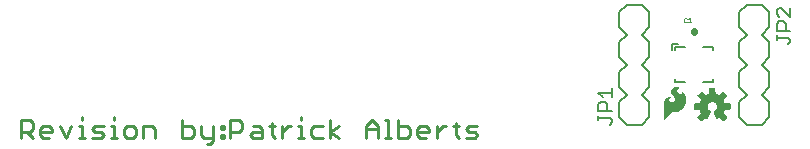
<source format=gbr>
G04 EAGLE Gerber RS-274X export*
G75*
%MOMM*%
%FSLAX34Y34*%
%LPD*%
%INSilkscreen Top*%
%IPPOS*%
%AMOC8*
5,1,8,0,0,1.08239X$1,22.5*%
G01*
%ADD10C,0.279400*%
%ADD11C,0.127000*%
%ADD12C,0.203200*%
%ADD13C,0.558800*%
%ADD14C,0.025400*%

G36*
X88060Y2686D02*
X88060Y2686D01*
X88168Y2696D01*
X88181Y2702D01*
X88195Y2704D01*
X88292Y2752D01*
X88391Y2797D01*
X88404Y2808D01*
X88413Y2812D01*
X88428Y2828D01*
X88505Y2890D01*
X91090Y5475D01*
X91153Y5564D01*
X91219Y5649D01*
X91224Y5662D01*
X91232Y5674D01*
X91263Y5777D01*
X91299Y5880D01*
X91299Y5894D01*
X91303Y5907D01*
X91299Y6015D01*
X91300Y6124D01*
X91295Y6137D01*
X91295Y6151D01*
X91257Y6253D01*
X91222Y6355D01*
X91213Y6370D01*
X91209Y6379D01*
X91195Y6396D01*
X91141Y6478D01*
X88377Y9868D01*
X88934Y10950D01*
X88940Y10970D01*
X88982Y11065D01*
X89353Y12224D01*
X93704Y12667D01*
X93808Y12695D01*
X93914Y12720D01*
X93926Y12727D01*
X93939Y12730D01*
X94029Y12791D01*
X94122Y12848D01*
X94130Y12859D01*
X94142Y12867D01*
X94208Y12953D01*
X94277Y13037D01*
X94281Y13050D01*
X94290Y13061D01*
X94324Y13164D01*
X94363Y13265D01*
X94364Y13283D01*
X94368Y13292D01*
X94368Y13314D01*
X94377Y13412D01*
X94377Y17068D01*
X94360Y17175D01*
X94346Y17283D01*
X94340Y17295D01*
X94338Y17309D01*
X94286Y17405D01*
X94239Y17502D01*
X94229Y17512D01*
X94223Y17524D01*
X94143Y17598D01*
X94067Y17675D01*
X94055Y17681D01*
X94045Y17691D01*
X93946Y17736D01*
X93849Y17784D01*
X93831Y17788D01*
X93822Y17792D01*
X93801Y17794D01*
X93704Y17813D01*
X89353Y18256D01*
X88982Y19415D01*
X88973Y19432D01*
X88971Y19440D01*
X88967Y19447D01*
X88934Y19530D01*
X88377Y20612D01*
X91141Y24002D01*
X91195Y24096D01*
X91252Y24188D01*
X91255Y24201D01*
X91262Y24213D01*
X91283Y24320D01*
X91308Y24425D01*
X91306Y24439D01*
X91309Y24453D01*
X91294Y24560D01*
X91284Y24668D01*
X91278Y24681D01*
X91276Y24695D01*
X91228Y24792D01*
X91183Y24891D01*
X91172Y24904D01*
X91168Y24913D01*
X91152Y24928D01*
X91090Y25005D01*
X88505Y27590D01*
X88416Y27653D01*
X88331Y27719D01*
X88318Y27724D01*
X88306Y27732D01*
X88203Y27763D01*
X88100Y27799D01*
X88086Y27799D01*
X88073Y27803D01*
X87965Y27799D01*
X87856Y27800D01*
X87843Y27795D01*
X87829Y27795D01*
X87727Y27757D01*
X87625Y27722D01*
X87610Y27713D01*
X87601Y27709D01*
X87584Y27695D01*
X87502Y27641D01*
X84112Y24877D01*
X83030Y25434D01*
X83010Y25440D01*
X82915Y25482D01*
X81756Y25853D01*
X81313Y30204D01*
X81285Y30308D01*
X81260Y30414D01*
X81253Y30426D01*
X81250Y30439D01*
X81189Y30529D01*
X81132Y30622D01*
X81121Y30630D01*
X81113Y30642D01*
X81027Y30708D01*
X80943Y30777D01*
X80930Y30781D01*
X80919Y30790D01*
X80816Y30824D01*
X80715Y30863D01*
X80697Y30864D01*
X80688Y30868D01*
X80666Y30868D01*
X80568Y30877D01*
X76912Y30877D01*
X76805Y30860D01*
X76697Y30846D01*
X76685Y30840D01*
X76671Y30838D01*
X76575Y30786D01*
X76478Y30739D01*
X76468Y30729D01*
X76456Y30723D01*
X76382Y30643D01*
X76305Y30567D01*
X76299Y30555D01*
X76289Y30545D01*
X76244Y30446D01*
X76196Y30349D01*
X76192Y30331D01*
X76188Y30322D01*
X76186Y30301D01*
X76167Y30204D01*
X75724Y25853D01*
X74565Y25482D01*
X74547Y25472D01*
X74450Y25434D01*
X73368Y24877D01*
X69978Y27641D01*
X69884Y27695D01*
X69792Y27752D01*
X69779Y27755D01*
X69767Y27762D01*
X69660Y27783D01*
X69555Y27808D01*
X69541Y27806D01*
X69527Y27809D01*
X69420Y27794D01*
X69312Y27784D01*
X69299Y27778D01*
X69286Y27776D01*
X69188Y27728D01*
X69089Y27683D01*
X69076Y27672D01*
X69067Y27668D01*
X69052Y27652D01*
X68975Y27590D01*
X66390Y25005D01*
X66327Y24916D01*
X66261Y24831D01*
X66256Y24818D01*
X66248Y24806D01*
X66217Y24703D01*
X66181Y24600D01*
X66181Y24586D01*
X66177Y24573D01*
X66181Y24465D01*
X66180Y24356D01*
X66185Y24343D01*
X66185Y24329D01*
X66223Y24227D01*
X66258Y24125D01*
X66267Y24110D01*
X66271Y24101D01*
X66285Y24084D01*
X66339Y24002D01*
X69103Y20612D01*
X68546Y19530D01*
X68540Y19510D01*
X68498Y19415D01*
X68127Y18256D01*
X63776Y17813D01*
X63672Y17785D01*
X63566Y17760D01*
X63554Y17753D01*
X63541Y17750D01*
X63451Y17689D01*
X63358Y17632D01*
X63350Y17621D01*
X63338Y17613D01*
X63272Y17527D01*
X63204Y17443D01*
X63199Y17430D01*
X63190Y17419D01*
X63156Y17316D01*
X63117Y17215D01*
X63116Y17197D01*
X63112Y17188D01*
X63113Y17166D01*
X63103Y17068D01*
X63103Y13412D01*
X63120Y13305D01*
X63134Y13197D01*
X63140Y13185D01*
X63142Y13171D01*
X63194Y13075D01*
X63241Y12978D01*
X63251Y12968D01*
X63257Y12956D01*
X63337Y12882D01*
X63413Y12805D01*
X63425Y12799D01*
X63436Y12789D01*
X63534Y12744D01*
X63631Y12696D01*
X63649Y12692D01*
X63658Y12688D01*
X63679Y12686D01*
X63776Y12667D01*
X68127Y12224D01*
X68498Y11065D01*
X68508Y11047D01*
X68546Y10950D01*
X69103Y9868D01*
X66339Y6478D01*
X66285Y6384D01*
X66228Y6292D01*
X66225Y6279D01*
X66218Y6267D01*
X66197Y6160D01*
X66172Y6055D01*
X66174Y6041D01*
X66171Y6027D01*
X66186Y5920D01*
X66196Y5812D01*
X66202Y5799D01*
X66204Y5786D01*
X66252Y5688D01*
X66297Y5589D01*
X66308Y5576D01*
X66312Y5567D01*
X66328Y5552D01*
X66390Y5475D01*
X68975Y2890D01*
X69064Y2827D01*
X69149Y2761D01*
X69162Y2756D01*
X69174Y2748D01*
X69277Y2717D01*
X69380Y2681D01*
X69394Y2681D01*
X69407Y2677D01*
X69515Y2681D01*
X69624Y2680D01*
X69637Y2685D01*
X69651Y2685D01*
X69753Y2723D01*
X69855Y2758D01*
X69870Y2767D01*
X69879Y2771D01*
X69896Y2785D01*
X69978Y2839D01*
X73368Y5603D01*
X74450Y5046D01*
X74503Y5029D01*
X74552Y5003D01*
X74618Y4992D01*
X74682Y4971D01*
X74738Y4972D01*
X74792Y4963D01*
X74859Y4974D01*
X74926Y4975D01*
X74978Y4993D01*
X75033Y5002D01*
X75093Y5034D01*
X75156Y5057D01*
X75199Y5091D01*
X75249Y5117D01*
X75295Y5166D01*
X75347Y5208D01*
X75378Y5255D01*
X75416Y5295D01*
X75472Y5400D01*
X75480Y5413D01*
X75481Y5418D01*
X75485Y5425D01*
X77638Y10622D01*
X77658Y10706D01*
X77663Y10718D01*
X77665Y10734D01*
X77690Y10820D01*
X77689Y10840D01*
X77694Y10860D01*
X77686Y10942D01*
X77687Y10961D01*
X77683Y10981D01*
X77679Y11064D01*
X77672Y11083D01*
X77670Y11103D01*
X77638Y11172D01*
X77632Y11199D01*
X77617Y11223D01*
X77590Y11292D01*
X77577Y11307D01*
X77569Y11325D01*
X77524Y11374D01*
X77504Y11406D01*
X77472Y11432D01*
X77433Y11478D01*
X77412Y11493D01*
X77402Y11503D01*
X77381Y11515D01*
X77318Y11559D01*
X77315Y11561D01*
X77314Y11561D01*
X77312Y11563D01*
X76428Y12058D01*
X75749Y12685D01*
X75235Y13454D01*
X74915Y14322D01*
X74807Y15239D01*
X74920Y16174D01*
X75251Y17055D01*
X75783Y17832D01*
X76484Y18461D01*
X77314Y18904D01*
X78226Y19138D01*
X79168Y19148D01*
X80084Y18934D01*
X80924Y18509D01*
X81638Y17896D01*
X82187Y17131D01*
X82538Y16257D01*
X82671Y15325D01*
X82579Y14388D01*
X82267Y13500D01*
X81752Y12712D01*
X81065Y12068D01*
X80166Y11562D01*
X80126Y11529D01*
X80084Y11507D01*
X80053Y11474D01*
X80005Y11439D01*
X79992Y11422D01*
X79976Y11409D01*
X79941Y11355D01*
X79917Y11329D01*
X79904Y11298D01*
X79862Y11241D01*
X79856Y11221D01*
X79845Y11203D01*
X79827Y11130D01*
X79817Y11107D01*
X79814Y11083D01*
X79791Y11008D01*
X79792Y10987D01*
X79787Y10966D01*
X79794Y10882D01*
X79793Y10864D01*
X79796Y10848D01*
X79799Y10764D01*
X79807Y10738D01*
X79808Y10723D01*
X79818Y10701D01*
X79842Y10622D01*
X80150Y9877D01*
X80151Y9877D01*
X80461Y9128D01*
X80771Y8379D01*
X80771Y8378D01*
X81082Y7630D01*
X81082Y7629D01*
X81392Y6880D01*
X81702Y6131D01*
X81703Y6131D01*
X81995Y5425D01*
X82024Y5378D01*
X82045Y5326D01*
X82088Y5275D01*
X82124Y5218D01*
X82167Y5183D01*
X82203Y5140D01*
X82260Y5106D01*
X82312Y5063D01*
X82364Y5044D01*
X82412Y5015D01*
X82478Y5001D01*
X82541Y4977D01*
X82596Y4975D01*
X82650Y4964D01*
X82717Y4971D01*
X82784Y4969D01*
X82838Y4985D01*
X82893Y4992D01*
X83004Y5036D01*
X83018Y5040D01*
X83022Y5043D01*
X83030Y5046D01*
X84112Y5603D01*
X87502Y2839D01*
X87596Y2785D01*
X87688Y2728D01*
X87701Y2725D01*
X87713Y2718D01*
X87820Y2697D01*
X87925Y2672D01*
X87939Y2674D01*
X87953Y2671D01*
X88060Y2686D01*
G37*
G36*
X38110Y3711D02*
X38110Y3711D01*
X38114Y3709D01*
X38184Y3745D01*
X38194Y3750D01*
X38195Y3751D01*
X43067Y9233D01*
X43921Y10015D01*
X44911Y10604D01*
X45262Y10731D01*
X45630Y10796D01*
X47905Y10796D01*
X47910Y10798D01*
X47916Y10796D01*
X49280Y10920D01*
X49290Y10926D01*
X49302Y10924D01*
X50621Y11292D01*
X50629Y11300D01*
X50642Y11301D01*
X51872Y11901D01*
X51879Y11908D01*
X51890Y11911D01*
X53047Y12728D01*
X53052Y12736D01*
X53061Y12739D01*
X54092Y13711D01*
X54095Y13719D01*
X54101Y13721D01*
X54102Y13723D01*
X54104Y13724D01*
X54989Y14831D01*
X54991Y14841D01*
X55000Y14848D01*
X55947Y16529D01*
X55948Y16540D01*
X55956Y16550D01*
X56584Y18374D01*
X56583Y18385D01*
X56590Y18396D01*
X56878Y20303D01*
X56875Y20314D01*
X56880Y20326D01*
X56878Y20378D01*
X56870Y20630D01*
X56866Y20756D01*
X56866Y20757D01*
X56858Y21009D01*
X56850Y21262D01*
X56846Y21388D01*
X56838Y21640D01*
X56827Y22019D01*
X56819Y22254D01*
X56815Y22263D01*
X56817Y22275D01*
X56610Y23314D01*
X56605Y23322D01*
X56605Y23333D01*
X56247Y24330D01*
X56241Y24337D01*
X56240Y24348D01*
X55738Y25282D01*
X55729Y25289D01*
X55726Y25301D01*
X54819Y26438D01*
X54808Y26444D01*
X54801Y26457D01*
X53675Y27378D01*
X53632Y27390D01*
X53591Y27406D01*
X53586Y27404D01*
X53580Y27405D01*
X53542Y27384D01*
X53502Y27365D01*
X53499Y27359D01*
X53495Y27357D01*
X53487Y27328D01*
X53469Y27280D01*
X53469Y26400D01*
X53453Y26280D01*
X53409Y26177D01*
X53135Y25837D01*
X52774Y25589D01*
X52600Y25524D01*
X52062Y25466D01*
X51532Y25564D01*
X51044Y25813D01*
X50142Y26464D01*
X49730Y26818D01*
X49379Y27228D01*
X49096Y27686D01*
X48890Y28180D01*
X48831Y28480D01*
X48843Y28783D01*
X49000Y29302D01*
X49286Y29762D01*
X49681Y30132D01*
X50162Y30387D01*
X50652Y30526D01*
X51163Y30583D01*
X51766Y30583D01*
X51767Y30583D01*
X51789Y30592D01*
X51857Y30621D01*
X51892Y30713D01*
X51888Y30722D01*
X51854Y30798D01*
X51852Y30801D01*
X51851Y30802D01*
X51850Y30803D01*
X51829Y30823D01*
X51822Y30826D01*
X51818Y30834D01*
X51383Y31172D01*
X51368Y31176D01*
X51356Y31188D01*
X50852Y31409D01*
X50851Y31409D01*
X50495Y31561D01*
X50267Y31662D01*
X50257Y31663D01*
X50247Y31669D01*
X49369Y31889D01*
X49360Y31888D01*
X49350Y31892D01*
X48450Y31978D01*
X48440Y31974D01*
X48428Y31978D01*
X47560Y31912D01*
X47549Y31906D01*
X47536Y31907D01*
X46696Y31676D01*
X46686Y31668D01*
X46673Y31667D01*
X45893Y31279D01*
X45886Y31271D01*
X45875Y31268D01*
X45098Y30708D01*
X45094Y30701D01*
X45085Y30697D01*
X44389Y30039D01*
X44384Y30028D01*
X44373Y30020D01*
X43942Y29417D01*
X43939Y29402D01*
X43927Y29389D01*
X43660Y28697D01*
X43660Y28681D01*
X43652Y28666D01*
X43565Y27929D01*
X43570Y27914D01*
X43566Y27897D01*
X43665Y27162D01*
X43673Y27149D01*
X43673Y27132D01*
X43953Y26444D01*
X43962Y26435D01*
X43965Y26421D01*
X45152Y24663D01*
X45160Y24658D01*
X45164Y24647D01*
X46617Y23106D01*
X46987Y22671D01*
X47227Y22168D01*
X47329Y21620D01*
X47286Y21064D01*
X47100Y20539D01*
X46785Y20079D01*
X46360Y19714D01*
X45817Y19421D01*
X45231Y19223D01*
X44621Y19126D01*
X43910Y19161D01*
X43232Y19368D01*
X42626Y19733D01*
X42313Y20061D01*
X42107Y20465D01*
X42014Y20881D01*
X42014Y21309D01*
X42107Y21724D01*
X42179Y21862D01*
X42297Y21976D01*
X43121Y22575D01*
X43254Y22646D01*
X43392Y22674D01*
X43550Y22658D01*
X43593Y22672D01*
X43638Y22683D01*
X43640Y22687D01*
X43644Y22688D01*
X43664Y22729D01*
X43687Y22768D01*
X43686Y22772D01*
X43688Y22776D01*
X43673Y22819D01*
X43660Y22863D01*
X43657Y22865D01*
X43656Y22869D01*
X43618Y22888D01*
X43582Y22909D01*
X43099Y22985D01*
X43094Y22984D01*
X43089Y22986D01*
X42149Y23059D01*
X42140Y23056D01*
X42129Y23059D01*
X41189Y22986D01*
X41179Y22981D01*
X41167Y22982D01*
X40468Y22798D01*
X40458Y22790D01*
X40444Y22789D01*
X39796Y22468D01*
X39788Y22459D01*
X39774Y22455D01*
X39204Y22010D01*
X39198Y21999D01*
X39186Y21993D01*
X38716Y21443D01*
X38712Y21431D01*
X38701Y21422D01*
X38300Y20690D01*
X38299Y20677D01*
X38290Y20666D01*
X38050Y19867D01*
X38051Y19854D01*
X38045Y19841D01*
X37975Y19010D01*
X37977Y19004D01*
X37975Y18999D01*
X37975Y3835D01*
X37977Y3830D01*
X37975Y3826D01*
X37996Y3786D01*
X38013Y3744D01*
X38018Y3743D01*
X38020Y3738D01*
X38063Y3725D01*
X38105Y3709D01*
X38110Y3711D01*
G37*
D10*
X-506603Y-11303D02*
X-506603Y3696D01*
X-499104Y3696D01*
X-496604Y1196D01*
X-496604Y-3804D01*
X-499104Y-6303D01*
X-506603Y-6303D01*
X-501603Y-6303D02*
X-496604Y-11303D01*
X-487732Y-11303D02*
X-482732Y-11303D01*
X-487732Y-11303D02*
X-490231Y-8803D01*
X-490231Y-3804D01*
X-487732Y-1304D01*
X-482732Y-1304D01*
X-480232Y-3804D01*
X-480232Y-6303D01*
X-490231Y-6303D01*
X-473860Y-1304D02*
X-468860Y-11303D01*
X-463861Y-1304D01*
X-457488Y-1304D02*
X-454989Y-1304D01*
X-454989Y-11303D01*
X-457488Y-11303D02*
X-452489Y-11303D01*
X-454989Y3696D02*
X-454989Y6196D01*
X-446574Y-11303D02*
X-439075Y-11303D01*
X-436575Y-8803D01*
X-439075Y-6303D01*
X-444074Y-6303D01*
X-446574Y-3804D01*
X-444074Y-1304D01*
X-436575Y-1304D01*
X-430202Y-1304D02*
X-427703Y-1304D01*
X-427703Y-11303D01*
X-430202Y-11303D02*
X-425203Y-11303D01*
X-427703Y3696D02*
X-427703Y6196D01*
X-416788Y-11303D02*
X-411789Y-11303D01*
X-409289Y-8803D01*
X-409289Y-3804D01*
X-411789Y-1304D01*
X-416788Y-1304D01*
X-419288Y-3804D01*
X-419288Y-8803D01*
X-416788Y-11303D01*
X-402916Y-11303D02*
X-402916Y-1304D01*
X-395417Y-1304D01*
X-392917Y-3804D01*
X-392917Y-11303D01*
X-370173Y-11303D02*
X-370173Y3696D01*
X-370173Y-11303D02*
X-362674Y-11303D01*
X-360174Y-8803D01*
X-360174Y-3804D01*
X-362674Y-1304D01*
X-370173Y-1304D01*
X-353802Y-1304D02*
X-353802Y-8803D01*
X-351302Y-11303D01*
X-343803Y-11303D01*
X-343803Y-13803D02*
X-343803Y-1304D01*
X-343803Y-13803D02*
X-346302Y-16303D01*
X-348802Y-16303D01*
X-337430Y-1304D02*
X-334930Y-1304D01*
X-334930Y-3804D01*
X-337430Y-3804D01*
X-337430Y-1304D01*
X-337430Y-8803D02*
X-334930Y-8803D01*
X-334930Y-11303D01*
X-337430Y-11303D01*
X-337430Y-8803D01*
X-329244Y-11303D02*
X-329244Y3696D01*
X-321745Y3696D01*
X-319245Y1196D01*
X-319245Y-3804D01*
X-321745Y-6303D01*
X-329244Y-6303D01*
X-310373Y-1304D02*
X-305373Y-1304D01*
X-302874Y-3804D01*
X-302874Y-11303D01*
X-310373Y-11303D01*
X-312873Y-8803D01*
X-310373Y-6303D01*
X-302874Y-6303D01*
X-294002Y-8803D02*
X-294002Y1196D01*
X-294002Y-8803D02*
X-291502Y-11303D01*
X-291502Y-1304D02*
X-296501Y-1304D01*
X-285587Y-1304D02*
X-285587Y-11303D01*
X-285587Y-6303D02*
X-280587Y-1304D01*
X-278088Y-1304D01*
X-271944Y-1304D02*
X-269444Y-1304D01*
X-269444Y-11303D01*
X-271944Y-11303D02*
X-266944Y-11303D01*
X-269444Y3696D02*
X-269444Y6196D01*
X-258530Y-1304D02*
X-251030Y-1304D01*
X-258530Y-1304D02*
X-261030Y-3804D01*
X-261030Y-8803D01*
X-258530Y-11303D01*
X-251030Y-11303D01*
X-244658Y-11303D02*
X-244658Y3696D01*
X-244658Y-6303D02*
X-237159Y-11303D01*
X-244658Y-6303D02*
X-237159Y-1304D01*
X-214643Y-1304D02*
X-214643Y-11303D01*
X-214643Y-1304D02*
X-209644Y3696D01*
X-204644Y-1304D01*
X-204644Y-11303D01*
X-204644Y-3804D02*
X-214643Y-3804D01*
X-198272Y3696D02*
X-195772Y3696D01*
X-195772Y-11303D01*
X-198272Y-11303D02*
X-193272Y-11303D01*
X-187358Y-11303D02*
X-187358Y3696D01*
X-187358Y-11303D02*
X-179858Y-11303D01*
X-177358Y-8803D01*
X-177358Y-3804D01*
X-179858Y-1304D01*
X-187358Y-1304D01*
X-168486Y-11303D02*
X-163487Y-11303D01*
X-168486Y-11303D02*
X-170986Y-8803D01*
X-170986Y-3804D01*
X-168486Y-1304D01*
X-163487Y-1304D01*
X-160987Y-3804D01*
X-160987Y-6303D01*
X-170986Y-6303D01*
X-154614Y-11303D02*
X-154614Y-1304D01*
X-154614Y-6303D02*
X-149615Y-1304D01*
X-147115Y-1304D01*
X-138472Y1196D02*
X-138472Y-8803D01*
X-135972Y-11303D01*
X-135972Y-1304D02*
X-140971Y-1304D01*
X-130057Y-11303D02*
X-122558Y-11303D01*
X-120058Y-8803D01*
X-122558Y-6303D01*
X-127557Y-6303D01*
X-130057Y-3804D01*
X-127557Y-1304D01*
X-120058Y-1304D01*
D11*
X47500Y35800D02*
X56000Y35800D01*
X47500Y35800D02*
X47500Y38300D01*
X71000Y35800D02*
X79500Y35800D01*
X79500Y38300D01*
X79500Y65800D02*
X71000Y65800D01*
X79500Y65800D02*
X79500Y63300D01*
X56000Y65800D02*
X47500Y65800D01*
X47500Y63300D01*
X45000Y63300D02*
X45000Y68300D01*
X49500Y68300D01*
D12*
X0Y82550D02*
X0Y95250D01*
X6350Y101600D01*
X19050Y101600D02*
X25400Y95250D01*
X0Y57150D02*
X6350Y50800D01*
X0Y57150D02*
X0Y69850D01*
X6350Y76200D01*
X19050Y76200D02*
X25400Y69850D01*
X25400Y57150D01*
X19050Y50800D01*
X6350Y76200D02*
X0Y82550D01*
X19050Y76200D02*
X25400Y82550D01*
X25400Y95250D01*
X0Y19050D02*
X0Y6350D01*
X0Y19050D02*
X6350Y25400D01*
X19050Y25400D02*
X25400Y19050D01*
X6350Y25400D02*
X0Y31750D01*
X0Y44450D01*
X6350Y50800D01*
X19050Y50800D02*
X25400Y44450D01*
X25400Y31750D01*
X19050Y25400D01*
X19050Y0D02*
X6350Y0D01*
X0Y6350D01*
X19050Y0D02*
X25400Y6350D01*
X25400Y19050D01*
X19050Y101600D02*
X6350Y101600D01*
D11*
X-6223Y1780D02*
X-8130Y-127D01*
X-6223Y1780D02*
X-6223Y3686D01*
X-8130Y5593D01*
X-17663Y5593D01*
X-17663Y3686D02*
X-17663Y7500D01*
X-17663Y11567D02*
X-6223Y11567D01*
X-17663Y11567D02*
X-17663Y17287D01*
X-15756Y19193D01*
X-11943Y19193D01*
X-10036Y17287D01*
X-10036Y11567D01*
X-13850Y23261D02*
X-17663Y27074D01*
X-6223Y27074D01*
X-6223Y23261D02*
X-6223Y30887D01*
D12*
X127000Y19050D02*
X127000Y6350D01*
X120650Y0D01*
X107950Y0D02*
X101600Y6350D01*
X127000Y44450D02*
X120650Y50800D01*
X127000Y44450D02*
X127000Y31750D01*
X120650Y25400D01*
X107950Y25400D02*
X101600Y31750D01*
X101600Y44450D01*
X107950Y50800D01*
X120650Y25400D02*
X127000Y19050D01*
X107950Y25400D02*
X101600Y19050D01*
X101600Y6350D01*
X127000Y82550D02*
X127000Y95250D01*
X127000Y82550D02*
X120650Y76200D01*
X107950Y76200D02*
X101600Y82550D01*
X120650Y76200D02*
X127000Y69850D01*
X127000Y57150D01*
X120650Y50800D01*
X107950Y50800D02*
X101600Y57150D01*
X101600Y69850D01*
X107950Y76200D01*
X107950Y101600D02*
X120650Y101600D01*
X127000Y95250D01*
X107950Y101600D02*
X101600Y95250D01*
X101600Y82550D01*
X107950Y0D02*
X120650Y0D01*
D11*
X142746Y67915D02*
X144653Y69822D01*
X144653Y71728D01*
X142746Y73635D01*
X133213Y73635D01*
X133213Y71728D02*
X133213Y75542D01*
X133213Y79609D02*
X144653Y79609D01*
X133213Y79609D02*
X133213Y85329D01*
X135120Y87236D01*
X138933Y87236D01*
X140840Y85329D01*
X140840Y79609D01*
X144653Y91303D02*
X144653Y98929D01*
X144653Y91303D02*
X137027Y98929D01*
X135120Y98929D01*
X133213Y97023D01*
X133213Y93210D01*
X135120Y91303D01*
D13*
X63500Y79045D02*
X63500Y78435D01*
D14*
X57279Y89665D02*
X56644Y90300D01*
X55373Y90300D01*
X54737Y89665D01*
X54737Y87123D01*
X55373Y86487D01*
X56644Y86487D01*
X57279Y87123D01*
X58479Y89029D02*
X59750Y90300D01*
X59750Y86487D01*
X58479Y86487D02*
X61021Y86487D01*
M02*

</source>
